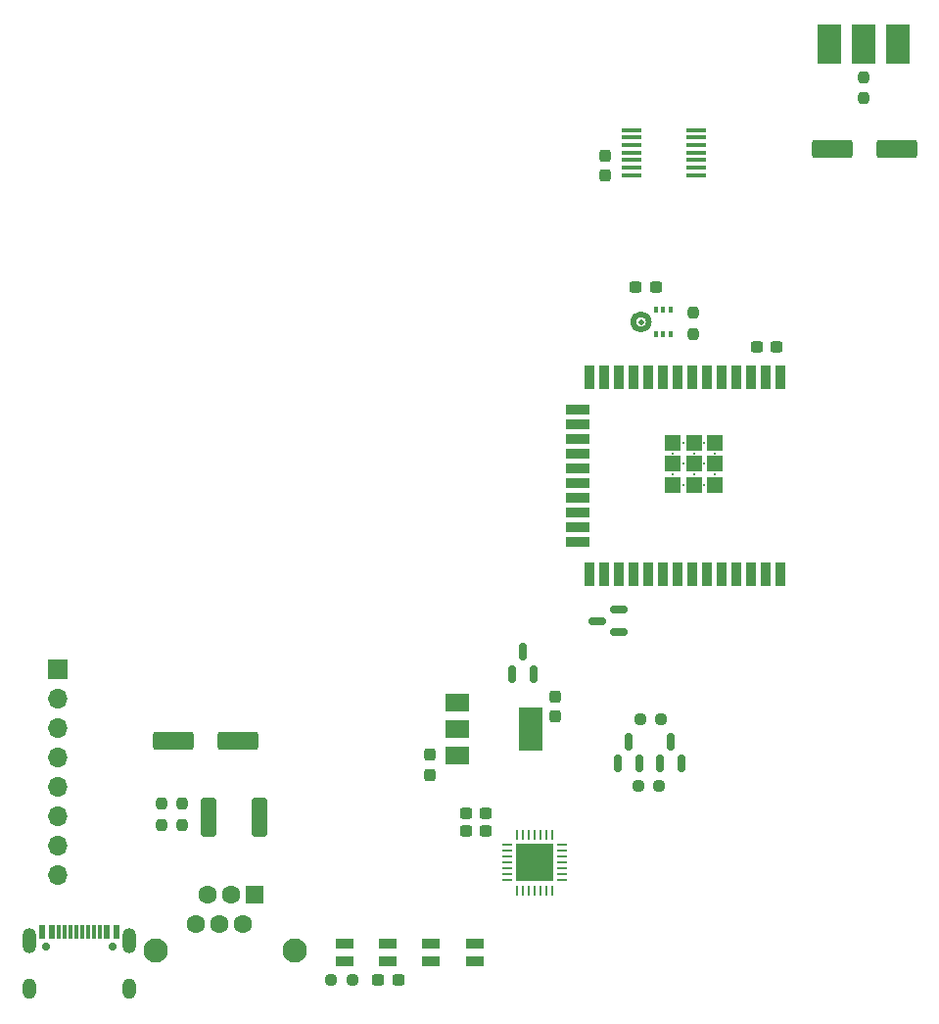
<source format=gbr>
%TF.GenerationSoftware,KiCad,Pcbnew,(6.0.0-0)*%
%TF.CreationDate,2022-03-13T18:25:22+01:00*%
%TF.ProjectId,GlowTube,476c6f77-5475-4626-952e-6b696361645f,rev?*%
%TF.SameCoordinates,Original*%
%TF.FileFunction,Soldermask,Top*%
%TF.FilePolarity,Negative*%
%FSLAX46Y46*%
G04 Gerber Fmt 4.6, Leading zero omitted, Abs format (unit mm)*
G04 Created by KiCad (PCBNEW (6.0.0-0)) date 2022-03-13 18:25:22*
%MOMM*%
%LPD*%
G01*
G04 APERTURE LIST*
G04 Aperture macros list*
%AMRoundRect*
0 Rectangle with rounded corners*
0 $1 Rounding radius*
0 $2 $3 $4 $5 $6 $7 $8 $9 X,Y pos of 4 corners*
0 Add a 4 corners polygon primitive as box body*
4,1,4,$2,$3,$4,$5,$6,$7,$8,$9,$2,$3,0*
0 Add four circle primitives for the rounded corners*
1,1,$1+$1,$2,$3*
1,1,$1+$1,$4,$5*
1,1,$1+$1,$6,$7*
1,1,$1+$1,$8,$9*
0 Add four rect primitives between the rounded corners*
20,1,$1+$1,$2,$3,$4,$5,0*
20,1,$1+$1,$4,$5,$6,$7,0*
20,1,$1+$1,$6,$7,$8,$9,0*
20,1,$1+$1,$8,$9,$2,$3,0*%
G04 Aperture macros list end*
%ADD10C,0.500000*%
%ADD11RoundRect,0.237500X-0.237500X0.250000X-0.237500X-0.250000X0.237500X-0.250000X0.237500X0.250000X0*%
%ADD12R,2.000000X1.500000*%
%ADD13R,2.000000X3.800000*%
%ADD14C,2.100000*%
%ADD15R,1.600000X1.600000*%
%ADD16C,1.600000*%
%ADD17R,0.900000X2.000000*%
%ADD18R,2.000000X0.900000*%
%ADD19R,1.330000X1.330000*%
%ADD20C,0.300000*%
%ADD21RoundRect,0.237500X0.300000X0.237500X-0.300000X0.237500X-0.300000X-0.237500X0.300000X-0.237500X0*%
%ADD22RoundRect,0.237500X0.250000X0.237500X-0.250000X0.237500X-0.250000X-0.237500X0.250000X-0.237500X0*%
%ADD23RoundRect,0.237500X-0.250000X-0.237500X0.250000X-0.237500X0.250000X0.237500X-0.250000X0.237500X0*%
%ADD24RoundRect,0.150000X0.150000X-0.587500X0.150000X0.587500X-0.150000X0.587500X-0.150000X-0.587500X0*%
%ADD25RoundRect,0.237500X-0.300000X-0.237500X0.300000X-0.237500X0.300000X0.237500X-0.300000X0.237500X0*%
%ADD26R,2.000000X3.500000*%
%ADD27R,1.676400X0.355600*%
%ADD28RoundRect,0.250000X-1.500000X-0.550000X1.500000X-0.550000X1.500000X0.550000X-1.500000X0.550000X0*%
%ADD29C,0.500000*%
%ADD30R,0.400000X0.600000*%
%ADD31R,1.700000X1.700000*%
%ADD32O,1.700000X1.700000*%
%ADD33RoundRect,0.250000X-0.400000X-1.450000X0.400000X-1.450000X0.400000X1.450000X-0.400000X1.450000X0*%
%ADD34RoundRect,0.237500X0.237500X-0.250000X0.237500X0.250000X-0.237500X0.250000X-0.237500X-0.250000X0*%
%ADD35C,0.700000*%
%ADD36R,0.600000X1.300000*%
%ADD37R,0.300000X1.300000*%
%ADD38O,1.200000X2.200000*%
%ADD39O,1.200000X1.800000*%
%ADD40R,0.250000X0.900000*%
%ADD41R,0.900000X0.250000*%
%ADD42R,3.250000X3.250000*%
%ADD43RoundRect,0.237500X-0.237500X0.300000X-0.237500X-0.300000X0.237500X-0.300000X0.237500X0.300000X0*%
%ADD44RoundRect,0.150000X0.587500X0.150000X-0.587500X0.150000X-0.587500X-0.150000X0.587500X-0.150000X0*%
%ADD45RoundRect,0.250000X1.500000X0.550000X-1.500000X0.550000X-1.500000X-0.550000X1.500000X-0.550000X0*%
%ADD46R,1.500000X0.900000*%
%ADD47RoundRect,0.237500X0.237500X-0.300000X0.237500X0.300000X-0.237500X0.300000X-0.237500X-0.300000X0*%
G04 APERTURE END LIST*
D10*
%TO.C,MK1*%
X140679200Y-105935844D02*
G75*
G03*
X140679200Y-105935844I-670000J0D01*
G01*
%TD*%
D11*
%TO.C,R2*%
X98530000Y-147570000D03*
X98530000Y-149395000D03*
%TD*%
D12*
%TO.C,U3*%
X124143487Y-138789244D03*
X124143487Y-141089244D03*
X124143487Y-143389244D03*
D13*
X130443487Y-141089244D03*
%TD*%
D14*
%TO.C,RJ1*%
X98035600Y-160248000D03*
X110024400Y-160248000D03*
D15*
X106580051Y-155400071D03*
D16*
X105559985Y-157940076D03*
X104539919Y-155400071D03*
X103520107Y-157940076D03*
X102500041Y-155400071D03*
X101479975Y-157940076D03*
%TD*%
D17*
%TO.C,U1*%
X152068900Y-110705200D03*
X150798900Y-110705200D03*
X149528900Y-110705200D03*
X148258900Y-110705200D03*
X146988900Y-110705200D03*
X145718900Y-110705200D03*
X144448900Y-110705200D03*
X143178900Y-110705200D03*
X141908900Y-110705200D03*
X140638900Y-110705200D03*
X139368900Y-110705200D03*
X138098900Y-110705200D03*
X136828900Y-110705200D03*
X135558900Y-110705200D03*
D18*
X134558900Y-113490200D03*
X134558900Y-114760200D03*
X134558900Y-116030200D03*
X134558900Y-117300200D03*
X134558900Y-118570200D03*
X134558900Y-119840200D03*
X134558900Y-121110200D03*
X134558900Y-122380200D03*
X134558900Y-123650200D03*
X134558900Y-124920200D03*
D17*
X135558900Y-127705200D03*
X136828900Y-127705200D03*
X138098900Y-127705200D03*
X139368900Y-127705200D03*
X140638900Y-127705200D03*
X141908900Y-127705200D03*
X143178900Y-127705200D03*
X144448900Y-127705200D03*
X145718900Y-127705200D03*
X146988900Y-127705200D03*
X148258900Y-127705200D03*
X149528900Y-127705200D03*
X150798900Y-127705200D03*
X152068900Y-127705200D03*
D19*
X146403900Y-116370200D03*
X146403900Y-118205200D03*
X146403900Y-120040200D03*
X144568900Y-116370200D03*
X144568900Y-118205200D03*
X144568900Y-120040200D03*
X142733900Y-116370200D03*
X142733900Y-118205200D03*
X142733900Y-120040200D03*
D20*
X146403900Y-117287700D03*
X146403900Y-119122700D03*
X145486400Y-116370200D03*
X145486400Y-118205200D03*
X145486400Y-120040200D03*
X144568900Y-117287700D03*
X144568900Y-119122700D03*
X143651400Y-116370200D03*
X143651400Y-118205200D03*
X143651400Y-120040200D03*
X142733900Y-117287700D03*
X142733900Y-119122700D03*
%TD*%
D21*
%TO.C,C6*%
X126560000Y-148360000D03*
X124835000Y-148360000D03*
%TD*%
D22*
%TO.C,R4*%
X141590100Y-146015800D03*
X139765100Y-146015800D03*
%TD*%
D21*
%TO.C,C10*%
X119018900Y-162823200D03*
X117293900Y-162823200D03*
%TD*%
D23*
%TO.C,R7*%
X113204200Y-162823200D03*
X115029200Y-162823200D03*
%TD*%
D24*
%TO.C,Q2*%
X141607200Y-144083100D03*
X143507200Y-144083100D03*
X142557200Y-142208100D03*
%TD*%
D25*
%TO.C,C4*%
X124835000Y-149884000D03*
X126560000Y-149884000D03*
%TD*%
%TO.C,C5*%
X149985000Y-108080000D03*
X151710000Y-108080000D03*
%TD*%
D26*
%TO.C,LED1*%
X156283000Y-81939000D03*
X159288100Y-81939000D03*
X162247200Y-81939000D03*
%TD*%
D27*
%TO.C,U2*%
X144809400Y-93260001D03*
X144809400Y-92610000D03*
X144809400Y-91959999D03*
X144809400Y-91310000D03*
X144809400Y-90660001D03*
X144809400Y-90010000D03*
X144809400Y-89360001D03*
X139170600Y-89359999D03*
X139170600Y-90010000D03*
X139170600Y-90659999D03*
X139170600Y-91310000D03*
X139170600Y-91959999D03*
X139170600Y-92610000D03*
X139170600Y-93259999D03*
%TD*%
D28*
%TO.C,C9*%
X156540000Y-90990000D03*
X162140000Y-90990000D03*
%TD*%
D29*
%TO.C,MK1*%
X140009200Y-105935844D03*
D30*
X142584200Y-104860844D03*
X141934200Y-104860844D03*
X141284200Y-104860844D03*
X141284200Y-107010844D03*
X141934200Y-107010844D03*
X142584200Y-107010844D03*
%TD*%
D24*
%TO.C,Q1*%
X138000400Y-144108500D03*
X139900400Y-144108500D03*
X138950400Y-142233500D03*
%TD*%
D31*
%TO.C,J1*%
X89540000Y-135960000D03*
D32*
X89540000Y-138500000D03*
X89540000Y-141040000D03*
X89540000Y-143580000D03*
X89540000Y-146120000D03*
X89540000Y-148660000D03*
X89540000Y-151200000D03*
X89540000Y-153740000D03*
%TD*%
D24*
%TO.C,Q4*%
X128840000Y-136337500D03*
X130740000Y-136337500D03*
X129790000Y-134462500D03*
%TD*%
D11*
%TO.C,R3*%
X100320000Y-147577500D03*
X100320000Y-149402500D03*
%TD*%
D33*
%TO.C,F1*%
X102575000Y-148770000D03*
X107025000Y-148770000D03*
%TD*%
D34*
%TO.C,R6*%
X144487887Y-106948344D03*
X144487887Y-105123344D03*
%TD*%
D35*
%TO.C,USB1*%
X88540000Y-159907500D03*
X94320000Y-159907500D03*
D36*
X88230000Y-158667500D03*
X89030000Y-158667500D03*
D37*
X90180000Y-158667500D03*
X91180000Y-158667500D03*
X91680000Y-158667500D03*
X92680000Y-158667500D03*
D36*
X94630000Y-158667500D03*
X93830000Y-158667500D03*
D37*
X93180000Y-158667500D03*
X92180000Y-158667500D03*
X90680000Y-158667500D03*
X89680000Y-158667500D03*
D38*
X87110000Y-159407500D03*
D39*
X95750000Y-163587500D03*
X87110000Y-163587500D03*
D38*
X95750000Y-159407500D03*
%TD*%
D40*
%TO.C,U4*%
X132310013Y-150239987D03*
X131810013Y-150239987D03*
X131310013Y-150239987D03*
X130810013Y-150239987D03*
X130310014Y-150239987D03*
X129810014Y-150239987D03*
X129310014Y-150239987D03*
D41*
X128410000Y-151140001D03*
X128410000Y-151640001D03*
X128410000Y-152140001D03*
X128410000Y-152640001D03*
X128410000Y-153140000D03*
X128410000Y-153640000D03*
X128410000Y-154140000D03*
D40*
X129310014Y-155040014D03*
X129810014Y-155040014D03*
X130310014Y-155040014D03*
X130810013Y-155040014D03*
X131310013Y-155040014D03*
X131810013Y-155040014D03*
X132310013Y-155040014D03*
D41*
X133210027Y-154140000D03*
X133210027Y-153640000D03*
X133210027Y-153140000D03*
X133210027Y-152640001D03*
X133210027Y-152140001D03*
X133210027Y-151640001D03*
X133210027Y-151140001D03*
D42*
X130810014Y-152640000D03*
%TD*%
D43*
%TO.C,C7*%
X132595087Y-138295944D03*
X132595087Y-140020944D03*
%TD*%
D23*
%TO.C,R5*%
X139917500Y-140250000D03*
X141742500Y-140250000D03*
%TD*%
D44*
%TO.C,Q3*%
X138117500Y-132720000D03*
X138117500Y-130820000D03*
X136242500Y-131770000D03*
%TD*%
D45*
%TO.C,C1*%
X105160000Y-142150000D03*
X99560000Y-142150000D03*
%TD*%
D46*
%TO.C,SW1*%
X121820000Y-159660000D03*
X125620000Y-159660000D03*
X121820000Y-161160000D03*
X125620000Y-161160000D03*
%TD*%
%TO.C,SW2*%
X118140000Y-159660000D03*
X114340000Y-159660000D03*
X114340000Y-161160000D03*
X118140000Y-161160000D03*
%TD*%
D34*
%TO.C,R1*%
X159260000Y-86622500D03*
X159260000Y-84797500D03*
%TD*%
D21*
%TO.C,C8*%
X141290387Y-102965844D03*
X139565387Y-102965844D03*
%TD*%
D47*
%TO.C,C2*%
X136872100Y-93290100D03*
X136872100Y-91565100D03*
%TD*%
%TO.C,C3*%
X121750000Y-145072500D03*
X121750000Y-143347500D03*
%TD*%
M02*

</source>
